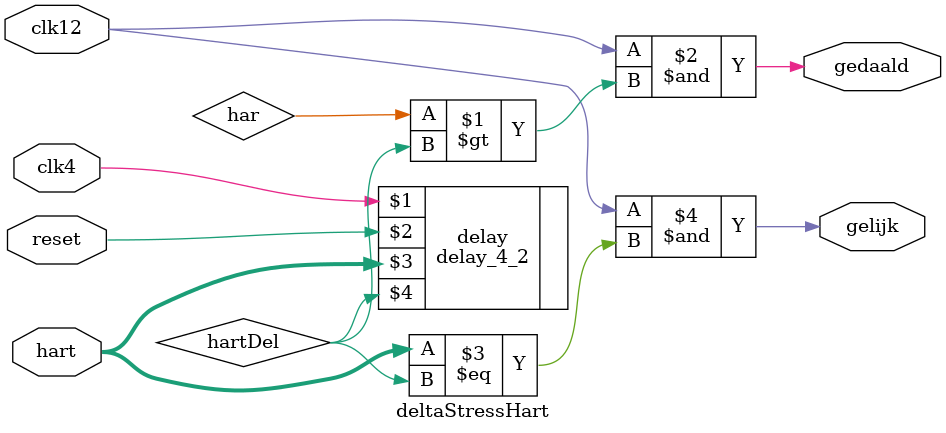
<source format=v>
module deltaStressHart(
		input reset,
		input clk4,
		input clk12,
		input [3:0] hart,
		output gedaald,
		output gelijk
		);
	
	wire hartDel;
	
	delay_4_2 delay (clk4,reset,hart,hartDel);
	assign gedaald = clk12 & (har>hartDel);
	assign gelijk = clk12 & (hart==hartDel);
	
endmodule

</source>
